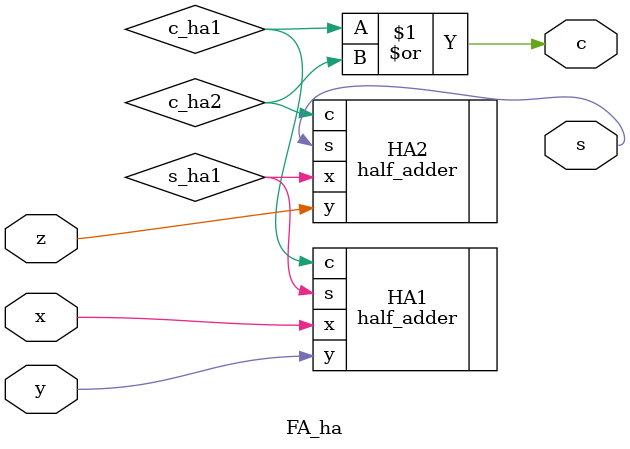
<source format=v>
module FA_ha(x,y,z,s,c);
input x,y,z;
output s,c;
wire s_ha1,c_ha1,c_ha2;
half_adder HA1(.x(x),.y(y),.s(s_ha1),.c(c_ha1));
half_adder HA2(.x(s_ha1),.y(z),.s(s),.c(c_ha2));
or O1(c,c_ha1,c_ha2);
endmodule


</source>
